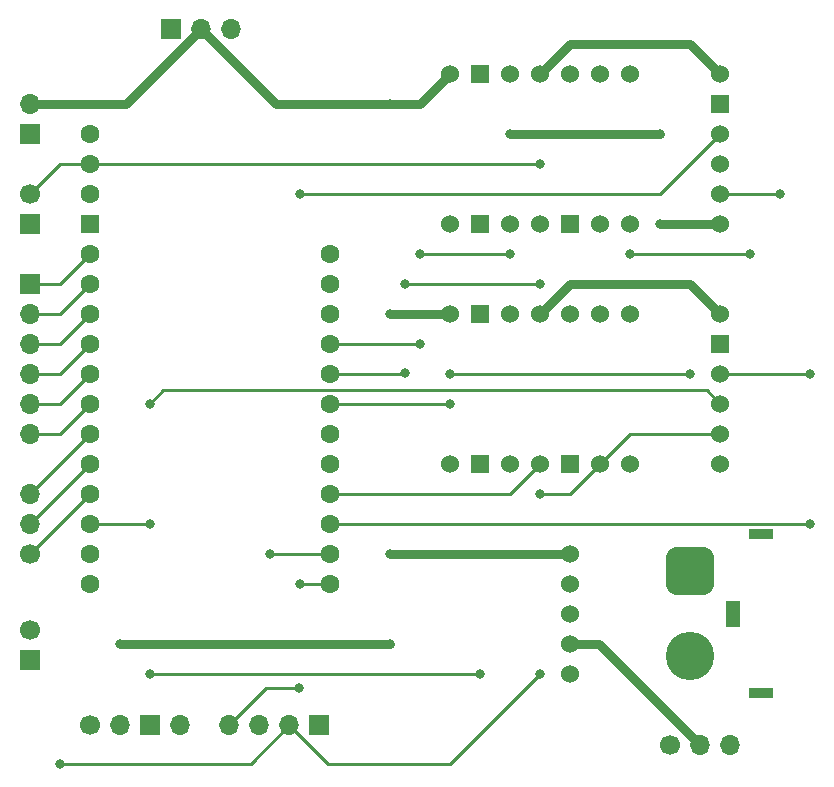
<source format=gbr>
%TF.GenerationSoftware,KiCad,Pcbnew,7.0.6-7.0.6~ubuntu22.04.1*%
%TF.CreationDate,2023-07-22T12:28:40-05:00*%
%TF.ProjectId,vango-pcb,76616e67-6f2d-4706-9362-2e6b69636164,rev?*%
%TF.SameCoordinates,Original*%
%TF.FileFunction,Copper,L1,Top*%
%TF.FilePolarity,Positive*%
%FSLAX46Y46*%
G04 Gerber Fmt 4.6, Leading zero omitted, Abs format (unit mm)*
G04 Created by KiCad (PCBNEW 7.0.6-7.0.6~ubuntu22.04.1) date 2023-07-22 12:28:40*
%MOMM*%
%LPD*%
G01*
G04 APERTURE LIST*
G04 Aperture macros list*
%AMRoundRect*
0 Rectangle with rounded corners*
0 $1 Rounding radius*
0 $2 $3 $4 $5 $6 $7 $8 $9 X,Y pos of 4 corners*
0 Add a 4 corners polygon primitive as box body*
4,1,4,$2,$3,$4,$5,$6,$7,$8,$9,$2,$3,0*
0 Add four circle primitives for the rounded corners*
1,1,$1+$1,$2,$3*
1,1,$1+$1,$4,$5*
1,1,$1+$1,$6,$7*
1,1,$1+$1,$8,$9*
0 Add four rect primitives between the rounded corners*
20,1,$1+$1,$2,$3,$4,$5,0*
20,1,$1+$1,$4,$5,$6,$7,0*
20,1,$1+$1,$6,$7,$8,$9,0*
20,1,$1+$1,$8,$9,$2,$3,0*%
G04 Aperture macros list end*
%TA.AperFunction,ComponentPad*%
%ADD10C,1.524000*%
%TD*%
%TA.AperFunction,ComponentPad*%
%ADD11R,1.524000X1.524000*%
%TD*%
%TA.AperFunction,ComponentPad*%
%ADD12C,1.700000*%
%TD*%
%TA.AperFunction,ComponentPad*%
%ADD13O,1.700000X1.700000*%
%TD*%
%TA.AperFunction,ComponentPad*%
%ADD14C,1.600000*%
%TD*%
%TA.AperFunction,ComponentPad*%
%ADD15R,1.600000X1.600000*%
%TD*%
%TA.AperFunction,ComponentPad*%
%ADD16R,2.000000X0.900000*%
%TD*%
%TA.AperFunction,ComponentPad*%
%ADD17RoundRect,1.025000X-1.025000X1.025000X-1.025000X-1.025000X1.025000X-1.025000X1.025000X1.025000X0*%
%TD*%
%TA.AperFunction,ComponentPad*%
%ADD18C,4.100000*%
%TD*%
%TA.AperFunction,ComponentPad*%
%ADD19R,1.300000X2.300000*%
%TD*%
%TA.AperFunction,ComponentPad*%
%ADD20R,1.700000X1.700000*%
%TD*%
%TA.AperFunction,ViaPad*%
%ADD21C,0.800000*%
%TD*%
%TA.AperFunction,Conductor*%
%ADD22C,0.250000*%
%TD*%
%TA.AperFunction,Conductor*%
%ADD23C,0.750000*%
%TD*%
G04 APERTURE END LIST*
D10*
%TO.P,U2,1,EN*%
%TO.N,unconnected-(U2-EN-Pad1)*%
X86360000Y-109220000D03*
%TO.P,U2,2,VIN*%
%TO.N,Net-(SW1-B)*%
X86360000Y-106680000D03*
%TO.P,U2,3,GND*%
%TO.N,GND*%
X86360000Y-104140000D03*
%TO.P,U2,4,GND*%
X86360000Y-101600000D03*
%TO.P,U2,5,VOUT*%
%TO.N,+5V*%
X86360000Y-99060000D03*
%TD*%
%TO.P,U3,1,VM*%
%TO.N,unconnected-(U3-VM-Pad1)*%
X76200000Y-71120000D03*
D11*
%TO.P,U3,2,GND*%
%TO.N,GND*%
X78740000Y-71120000D03*
D10*
%TO.P,U3,3,EN/IN1*%
%TO.N,/IO13*%
X81280000Y-71120000D03*
%TO.P,U3,4,PH/IN2*%
%TO.N,/IO12*%
X83820000Y-71120000D03*
D11*
%TO.P,U3,5,PMODE*%
%TO.N,GND*%
X86360000Y-71120000D03*
D10*
%TO.P,U3,6,~{SLEEP}*%
%TO.N,+3V3*%
X88900000Y-71120000D03*
%TO.P,U3,7,VREF*%
%TO.N,unconnected-(U3-VREF-Pad7)*%
X91440000Y-71120000D03*
%TO.P,U3,8,VIN*%
%TO.N,+5V*%
X76200000Y-58420000D03*
D11*
%TO.P,U3,9,GND*%
%TO.N,GND*%
X78740000Y-58420000D03*
D10*
%TO.P,U3,10,OUT1*%
%TO.N,Net-(U3-OUT1)*%
X81280000Y-58420000D03*
%TO.P,U3,11,OUT2*%
%TO.N,Net-(U3-OUT2)*%
X83820000Y-58420000D03*
%TO.P,U3,12,IMODE*%
%TO.N,unconnected-(U3-IMODE-Pad12)*%
X86360000Y-58420000D03*
%TO.P,U3,13,~{FAULT}*%
%TO.N,unconnected-(U3-~{FAULT}-Pad13)*%
X88900000Y-58420000D03*
%TO.P,U3,14,CS*%
%TO.N,unconnected-(U3-CS-Pad14)*%
X91440000Y-58420000D03*
%TD*%
%TO.P,U5,1,M1*%
%TO.N,Net-(U3-OUT2)*%
X99060000Y-58420000D03*
D11*
%TO.P,U5,2,GND*%
%TO.N,GND*%
X99060000Y-60960000D03*
D10*
%TO.P,U5,3,C1*%
%TO.N,/IO33*%
X99060000Y-63500000D03*
%TO.P,U5,4,C2*%
%TO.N,/IO27*%
X99060000Y-66040000D03*
%TO.P,U5,5,VCC*%
%TO.N,+3V3*%
X99060000Y-68580000D03*
%TO.P,U5,6,M2*%
%TO.N,Net-(U3-OUT1)*%
X99060000Y-71120000D03*
%TD*%
%TO.P,U4,1,M1*%
%TO.N,Net-(U1-OUT2)*%
X99060000Y-78740000D03*
D11*
%TO.P,U4,2,GND*%
%TO.N,GND*%
X99060000Y-81280000D03*
D10*
%TO.P,U4,3,C1*%
%TO.N,/IO14*%
X99060000Y-83820000D03*
%TO.P,U4,4,C2*%
%TO.N,/IO16*%
X99060000Y-86360000D03*
%TO.P,U4,5,VCC*%
%TO.N,+3V3*%
X99060000Y-88900000D03*
%TO.P,U4,6,M2*%
%TO.N,Net-(U1-OUT1)*%
X99060000Y-91440000D03*
%TD*%
D12*
%TO.P,J5,1,Pin_1*%
%TO.N,/MISO*%
X40640000Y-99060000D03*
D13*
%TO.P,J5,2,Pin_2*%
%TO.N,/MOSI*%
X40640000Y-96520000D03*
%TO.P,J5,3,Pin_3*%
%TO.N,/SCK*%
X40640000Y-93980000D03*
%TD*%
D10*
%TO.P,U1,1,VM*%
%TO.N,unconnected-(U1-VM-Pad1)*%
X76200000Y-91440000D03*
D11*
%TO.P,U1,2,GND*%
%TO.N,GND*%
X78740000Y-91440000D03*
D10*
%TO.P,U1,3,EN/IN1*%
%TO.N,/IO17*%
X81280000Y-91440000D03*
%TO.P,U1,4,PH/IN2*%
%TO.N,/IO32*%
X83820000Y-91440000D03*
D11*
%TO.P,U1,5,PMODE*%
%TO.N,GND*%
X86360000Y-91440000D03*
D10*
%TO.P,U1,6,~{SLEEP}*%
%TO.N,+3V3*%
X88900000Y-91440000D03*
%TO.P,U1,7,VREF*%
%TO.N,unconnected-(U1-VREF-Pad7)*%
X91440000Y-91440000D03*
%TO.P,U1,8,VIN*%
%TO.N,+5V*%
X76200000Y-78740000D03*
D11*
%TO.P,U1,9,GND*%
%TO.N,GND*%
X78740000Y-78740000D03*
D10*
%TO.P,U1,10,OUT1*%
%TO.N,Net-(U1-OUT1)*%
X81280000Y-78740000D03*
%TO.P,U1,11,OUT2*%
%TO.N,Net-(U1-OUT2)*%
X83820000Y-78740000D03*
%TO.P,U1,12,IMODE*%
%TO.N,unconnected-(U1-IMODE-Pad12)*%
X86360000Y-78740000D03*
%TO.P,U1,13,~{FAULT}*%
%TO.N,unconnected-(U1-~{FAULT}-Pad13)*%
X88900000Y-78740000D03*
%TO.P,U1,14,CS*%
%TO.N,unconnected-(U1-CS-Pad14)*%
X91440000Y-78740000D03*
%TD*%
D14*
%TO.P,A1,1,~{RESET}*%
%TO.N,unconnected-(A1-~{RESET}-Pad1)*%
X45720000Y-63500000D03*
%TO.P,A1,2,3V3*%
%TO.N,+3V3*%
X45720000Y-66040000D03*
%TO.P,A1,3,NC*%
%TO.N,unconnected-(A1-NC-Pad3)*%
X45720000Y-68580000D03*
D15*
%TO.P,A1,4,GND*%
%TO.N,GND*%
X45720000Y-71120000D03*
D14*
%TO.P,A1,5,DAC2/A0*%
%TO.N,/A0*%
X45720000Y-73660000D03*
%TO.P,A1,6,DAC1/A1*%
%TO.N,/A1*%
X45720000Y-76200000D03*
%TO.P,A1,7,I34/A2*%
%TO.N,/A2*%
X45720000Y-78740000D03*
%TO.P,A1,8,I39/A3*%
%TO.N,/A3*%
X45720000Y-81280000D03*
%TO.P,A1,9,IO36/A4*%
%TO.N,/A4*%
X45720000Y-83820000D03*
%TO.P,A1,10,IO4/A5*%
%TO.N,/A5*%
X45720000Y-86360000D03*
%TO.P,A1,11,SCK/IO5*%
%TO.N,/SCK*%
X45720000Y-88900000D03*
%TO.P,A1,12,MOSI/IO18*%
%TO.N,/MOSI*%
X45720000Y-91440000D03*
%TO.P,A1,13,MISO/IO19*%
%TO.N,/MISO*%
X45720000Y-93980000D03*
%TO.P,A1,14,RX/IO16*%
%TO.N,/IO16*%
X45720000Y-96520000D03*
%TO.P,A1,15,TX/IO17*%
%TO.N,/IO17*%
X45720000Y-99060000D03*
%TO.P,A1,16,IO21*%
%TO.N,Net-(A1-IO21)*%
X45720000Y-101600000D03*
%TO.P,A1,17,SDA/IO23*%
%TO.N,/SDA*%
X66040000Y-101600000D03*
%TO.P,A1,18,SCL/IO22*%
%TO.N,/SCL*%
X66040000Y-99060000D03*
%TO.P,A1,19,A6/IO14*%
%TO.N,/IO14*%
X66040000Y-96520000D03*
%TO.P,A1,20,A7/IO32*%
%TO.N,/IO32*%
X66040000Y-93980000D03*
%TO.P,A1,21,A8/IO15*%
%TO.N,/A8*%
X66040000Y-91440000D03*
%TO.P,A1,22,A9/IO33*%
%TO.N,/IO33*%
X66040000Y-88900000D03*
%TO.P,A1,23,A10/IO27*%
%TO.N,/IO27*%
X66040000Y-86360000D03*
%TO.P,A1,24,A11/IO12*%
%TO.N,/IO12*%
X66040000Y-83820000D03*
%TO.P,A1,25,A12/IO13*%
%TO.N,/IO13*%
X66040000Y-81280000D03*
%TO.P,A1,26,USB*%
%TO.N,unconnected-(A1-USB-Pad26)*%
X66040000Y-78740000D03*
%TO.P,A1,27,EN*%
%TO.N,unconnected-(A1-EN-Pad27)*%
X66040000Y-76200000D03*
%TO.P,A1,28,VBAT*%
%TO.N,unconnected-(A1-VBAT-Pad28)*%
X66040000Y-73660000D03*
%TD*%
D16*
%TO.P,J1,*%
%TO.N,*%
X102520000Y-97390000D03*
X102520000Y-110890000D03*
D17*
%TO.P,J1,1,-*%
%TO.N,GND*%
X96520000Y-100540000D03*
D18*
%TO.P,J1,2,+*%
%TO.N,Net-(J1-+)*%
X96520000Y-107740000D03*
D19*
%TO.P,J1,3*%
%TO.N,N/C*%
X100170000Y-104140000D03*
%TD*%
D12*
%TO.P,J2,1,Pin_1*%
%TO.N,Net-(A1-IO21)*%
X45720000Y-113550613D03*
D13*
%TO.P,J2,2,Pin_2*%
%TO.N,+5V*%
X48260000Y-113550613D03*
D20*
%TO.P,J2,3,Pin_3*%
%TO.N,GND*%
X50800000Y-113550613D03*
D13*
%TO.P,J2,4,Pin_4*%
%TO.N,unconnected-(J2-Pin_4-Pad4)*%
X53340000Y-113550613D03*
%TD*%
D12*
%TO.P,3V3,1,Pin_1*%
%TO.N,+3V3*%
X40650001Y-105557669D03*
D20*
%TO.P,3V3,2,Pin_2*%
%TO.N,GND*%
X40650001Y-108097669D03*
%TD*%
%TO.P,J3,1,Pin_1*%
%TO.N,GND*%
X65142934Y-113602966D03*
D13*
%TO.P,J3,2,Pin_2*%
%TO.N,+3V3*%
X62602934Y-113602966D03*
%TO.P,J3,3,Pin_3*%
%TO.N,/SCL*%
X60062934Y-113602966D03*
%TO.P,J3,4,Pin_4*%
%TO.N,/SDA*%
X57522934Y-113602966D03*
%TD*%
D12*
%TO.P,SW1,1,A*%
%TO.N,unconnected-(SW1-A-Pad1)*%
X94845827Y-115277438D03*
D13*
%TO.P,SW1,2,B*%
%TO.N,Net-(SW1-B)*%
X97385827Y-115277438D03*
%TO.P,SW1,3,C*%
%TO.N,Net-(J1-+)*%
X99925827Y-115277438D03*
%TD*%
D12*
%TO.P,J6,1,Pin_1*%
%TO.N,+3V3*%
X40640000Y-68580000D03*
D20*
%TO.P,J6,2,Pin_2*%
%TO.N,GND*%
X40640000Y-71120000D03*
%TD*%
%TO.P,J4,1,Pin_1*%
%TO.N,/A0*%
X40640000Y-76200000D03*
D13*
%TO.P,J4,2,Pin_2*%
%TO.N,/A1*%
X40640000Y-78740000D03*
%TO.P,J4,3,Pin_3*%
%TO.N,/A2*%
X40640000Y-81280000D03*
%TO.P,J4,4,Pin_4*%
%TO.N,/A3*%
X40640000Y-83820000D03*
%TO.P,J4,5,Pin_5*%
%TO.N,/A4*%
X40640000Y-86360000D03*
%TO.P,J4,6,Pin_6*%
%TO.N,/A5*%
X40640000Y-88900000D03*
%TD*%
D20*
%TO.P,J7,1,Pin_1*%
%TO.N,GND*%
X40640000Y-63500000D03*
D13*
%TO.P,J7,2,Pin_2*%
%TO.N,+5V*%
X40640000Y-60960000D03*
%TD*%
D20*
%TO.P,J8,1,Pin_1*%
%TO.N,GND*%
X52609498Y-54608195D03*
D13*
%TO.P,J8,2,Pin_2*%
%TO.N,+5V*%
X55149498Y-54608195D03*
%TO.P,J8,3,Pin_3*%
%TO.N,/A8*%
X57689498Y-54608195D03*
%TD*%
D21*
%TO.N,+3V3*%
X83820000Y-93980000D03*
X101600000Y-73660000D03*
X83820000Y-66040000D03*
X104140000Y-68580000D03*
X83820000Y-109220000D03*
X43180000Y-116840000D03*
X91440000Y-73660000D03*
%TO.N,/IO16*%
X50800000Y-96520000D03*
X50800000Y-86360000D03*
%TO.N,/IO17*%
X50800000Y-109220000D03*
X78740000Y-109220000D03*
%TO.N,/SDA*%
X63500000Y-101600000D03*
X63446101Y-110460695D03*
%TO.N,/SCL*%
X60960000Y-99060000D03*
%TO.N,/IO14*%
X106680000Y-96520000D03*
X106680000Y-83820000D03*
%TO.N,/IO33*%
X63500000Y-68580000D03*
%TO.N,/IO27*%
X66040000Y-86360000D03*
X96520000Y-83820000D03*
X76200000Y-83820000D03*
X76200000Y-86360000D03*
%TO.N,/IO12*%
X83820000Y-76200000D03*
X72429506Y-76199999D03*
X72429506Y-83807787D03*
%TO.N,/IO13*%
X73660000Y-73660000D03*
X73660000Y-81280000D03*
X81280000Y-73660000D03*
%TO.N,+5V*%
X71120000Y-99060000D03*
X71120000Y-78740000D03*
X48260000Y-106680000D03*
X71120000Y-106680000D03*
X71120000Y-60960000D03*
%TO.N,Net-(U3-OUT1)*%
X81280000Y-63500000D03*
X93980000Y-71120000D03*
X93980000Y-63500000D03*
%TD*%
D22*
%TO.N,+3V3*%
X83820000Y-109220000D02*
X76200000Y-116840000D01*
X86360000Y-93980000D02*
X88900000Y-91440000D01*
X65839968Y-116840000D02*
X62602934Y-113602966D01*
X91440000Y-73660000D02*
X101600000Y-73660000D01*
X104140000Y-68580000D02*
X99060000Y-68580000D01*
X83820000Y-66040000D02*
X45720000Y-66040000D01*
X43180000Y-116840000D02*
X59365900Y-116840000D01*
X40640000Y-68580000D02*
X43180000Y-66040000D01*
X83820000Y-93980000D02*
X86360000Y-93980000D01*
X99060000Y-88900000D02*
X91440000Y-88900000D01*
X59365900Y-116840000D02*
X62602934Y-113602966D01*
X43180000Y-66040000D02*
X45720000Y-66040000D01*
X91440000Y-88900000D02*
X88900000Y-91440000D01*
X76200000Y-116840000D02*
X65839968Y-116840000D01*
%TO.N,/A0*%
X40640000Y-76200000D02*
X43180000Y-76200000D01*
X43180000Y-76200000D02*
X45720000Y-73660000D01*
%TO.N,/A1*%
X40640000Y-78740000D02*
X43180000Y-78740000D01*
X43180000Y-78740000D02*
X45720000Y-76200000D01*
%TO.N,/A2*%
X40640000Y-81280000D02*
X43180000Y-81280000D01*
X43180000Y-81280000D02*
X45720000Y-78740000D01*
%TO.N,/A3*%
X40640000Y-83820000D02*
X43180000Y-83820000D01*
X43180000Y-83820000D02*
X45720000Y-81280000D01*
%TO.N,/A4*%
X40640000Y-86360000D02*
X43180000Y-86360000D01*
X43180000Y-86360000D02*
X45720000Y-83820000D01*
%TO.N,/A5*%
X40640000Y-88900000D02*
X43180000Y-88900000D01*
X43180000Y-88900000D02*
X45720000Y-86360000D01*
%TO.N,/SCK*%
X40640000Y-93980000D02*
X45720000Y-88900000D01*
%TO.N,/MOSI*%
X40640000Y-96520000D02*
X45720000Y-91440000D01*
%TO.N,/MISO*%
X40640000Y-99060000D02*
X45720000Y-93980000D01*
%TO.N,/IO16*%
X45720000Y-96520000D02*
X50800000Y-96520000D01*
X50800000Y-86360000D02*
X51925000Y-85235000D01*
X97935000Y-85235000D02*
X99060000Y-86360000D01*
X51925000Y-85235000D02*
X97935000Y-85235000D01*
%TO.N,/IO17*%
X78740000Y-109220000D02*
X50800000Y-109220000D01*
%TO.N,/SDA*%
X63446101Y-110460695D02*
X60665205Y-110460695D01*
X63500000Y-101600000D02*
X66040000Y-101600000D01*
X60665205Y-110460695D02*
X57522934Y-113602966D01*
%TO.N,/SCL*%
X60960000Y-99060000D02*
X66040000Y-99060000D01*
%TO.N,/IO14*%
X99060000Y-83820000D02*
X106680000Y-83820000D01*
X106680000Y-96520000D02*
X66040000Y-96520000D01*
%TO.N,/IO32*%
X83820000Y-91440000D02*
X81280000Y-93980000D01*
X81280000Y-93980000D02*
X66040000Y-93980000D01*
%TO.N,/IO33*%
X63500000Y-68580000D02*
X93980000Y-68580000D01*
X93980000Y-68580000D02*
X99060000Y-63500000D01*
%TO.N,/IO27*%
X76200000Y-86360000D02*
X66040000Y-86360000D01*
X96520000Y-83820000D02*
X76200000Y-83820000D01*
%TO.N,/IO12*%
X79113504Y-76200000D02*
X72429506Y-76199999D01*
X72417293Y-83820000D02*
X66040000Y-83820000D01*
X72429506Y-83807787D02*
X72417293Y-83820000D01*
X83820000Y-76200000D02*
X79113504Y-76200000D01*
%TO.N,/IO13*%
X73660000Y-81280000D02*
X66040000Y-81280000D01*
X81280000Y-73660000D02*
X73660000Y-73660000D01*
D23*
%TO.N,+5V*%
X71120000Y-60960000D02*
X73660000Y-60960000D01*
X48797693Y-60960000D02*
X55149498Y-54608195D01*
X71120000Y-106680000D02*
X48260000Y-106680000D01*
X73660000Y-60960000D02*
X76200000Y-58420000D01*
X61501303Y-60960000D02*
X55149498Y-54608195D01*
X40640000Y-60960000D02*
X48797693Y-60960000D01*
X71120000Y-78740000D02*
X76200000Y-78740000D01*
X71120000Y-60960000D02*
X61501303Y-60960000D01*
X86360000Y-99060000D02*
X71120000Y-99060000D01*
%TO.N,Net-(U1-OUT2)*%
X96520000Y-76200000D02*
X99060000Y-78740000D01*
X86360000Y-76200000D02*
X96520000Y-76200000D01*
X83820000Y-78740000D02*
X86360000Y-76200000D01*
%TO.N,Net-(SW1-B)*%
X86360000Y-106680000D02*
X88788389Y-106680000D01*
X88788389Y-106680000D02*
X97385827Y-115277438D01*
%TO.N,Net-(U3-OUT1)*%
X81280000Y-63500000D02*
X93980000Y-63500000D01*
X93980000Y-71120000D02*
X99060000Y-71120000D01*
%TO.N,Net-(U3-OUT2)*%
X83820000Y-58420000D02*
X86360000Y-55880000D01*
X86360000Y-55880000D02*
X96520000Y-55880000D01*
X96520000Y-55880000D02*
X99060000Y-58420000D01*
%TD*%
M02*

</source>
